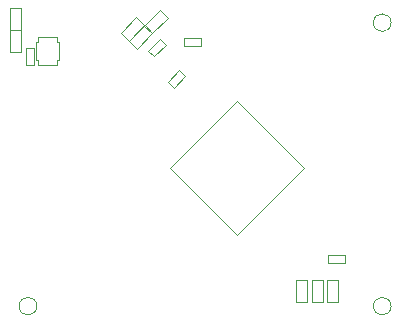
<source format=gbr>
%TF.GenerationSoftware,KiCad,Pcbnew,9.0.2*%
%TF.CreationDate,2025-11-05T17:07:52-08:00*%
%TF.ProjectId,pico2-nx-module,7069636f-322d-46e7-982d-6d6f64756c65,rev?*%
%TF.SameCoordinates,Original*%
%TF.FileFunction,Other,User*%
%FSLAX46Y46*%
G04 Gerber Fmt 4.6, Leading zero omitted, Abs format (unit mm)*
G04 Created by KiCad (PCBNEW 9.0.2) date 2025-11-05 17:07:52*
%MOMM*%
%LPD*%
G01*
G04 APERTURE LIST*
%ADD10C,0.050000*%
G04 APERTURE END LIST*
D10*
%TO.C,R62*%
X112880675Y-73224645D02*
X114195893Y-71909427D01*
X113545355Y-73889325D02*
X112880675Y-73224645D01*
X114195893Y-71909427D02*
X114860573Y-72574107D01*
X114860573Y-72574107D02*
X113545355Y-73889325D01*
%TO.C,C48*%
X101470000Y-71760000D02*
X102390000Y-71760000D01*
X101470000Y-73580000D02*
X101470000Y-71760000D01*
X102390000Y-71760000D02*
X102390000Y-73580000D01*
X102390000Y-73580000D02*
X101470000Y-73580000D01*
%TO.C,R33*%
X125725400Y-94775601D02*
X126665400Y-94775601D01*
X125725400Y-96635601D02*
X125725400Y-94775601D01*
X126665400Y-94775601D02*
X126665400Y-96635601D01*
X126665400Y-96635601D02*
X125725400Y-96635601D01*
%TO.C,C51*%
X101470002Y-73649998D02*
X102390002Y-73649998D01*
X101470002Y-75469998D02*
X101470002Y-73649998D01*
X102390002Y-73649998D02*
X102390002Y-75469998D01*
X102390002Y-75469998D02*
X101470002Y-75469998D01*
%TO.C,C20*%
X111560675Y-74548787D02*
X112847609Y-73261853D01*
X112211213Y-75199325D02*
X111560675Y-74548787D01*
X112847609Y-73261853D02*
X113498147Y-73912391D01*
X113498147Y-73912391D02*
X112211213Y-75199325D01*
%TO.C,FID2*%
X133750000Y-73000000D02*
G75*
G02*
X132250000Y-73000000I-750000J0D01*
G01*
X132250000Y-73000000D02*
G75*
G02*
X133750000Y-73000000I750000J0D01*
G01*
%TO.C,R51*%
X127025400Y-94755603D02*
X127965400Y-94755603D01*
X127025400Y-96615603D02*
X127025400Y-94755603D01*
X127965400Y-94755603D02*
X127965400Y-96615603D01*
X127965400Y-96615603D02*
X127025400Y-96615603D01*
%TO.C,C18*%
X128431600Y-92665200D02*
X129831600Y-92665200D01*
X128431600Y-93365200D02*
X128431600Y-92665200D01*
X129831600Y-92665200D02*
X129831600Y-93365200D01*
X129831600Y-93365200D02*
X128431600Y-93365200D01*
%TO.C,C6*%
X102830000Y-75169998D02*
X103530000Y-75169998D01*
X102830000Y-76569998D02*
X102830000Y-75169998D01*
X103530000Y-75169998D02*
X103530000Y-76569998D01*
X103530000Y-76569998D02*
X102830000Y-76569998D01*
%TO.C,R9*%
X128325400Y-94775601D02*
X129265400Y-94775601D01*
X128325400Y-96635601D02*
X128325400Y-94775601D01*
X129265400Y-94775601D02*
X129265400Y-96635601D01*
X129265400Y-96635601D02*
X128325400Y-96635601D01*
%TO.C,U5*%
X103710002Y-74622496D02*
X103830001Y-74622497D01*
X103710002Y-76122498D02*
X103710002Y-74622496D01*
X103830001Y-74622497D02*
X103830002Y-74172496D01*
X103830001Y-76122497D02*
X103710002Y-76122498D01*
X103830002Y-74172496D02*
X105490002Y-74172496D01*
X103830002Y-76572498D02*
X103830001Y-76122497D01*
X105490002Y-74172496D02*
X105490003Y-74622497D01*
X105490002Y-76572498D02*
X103830002Y-76572498D01*
X105490003Y-74622497D02*
X105610002Y-74622496D01*
X105490003Y-76122497D02*
X105490002Y-76572498D01*
X105610002Y-74622496D02*
X105610002Y-76122498D01*
X105610002Y-76122498D02*
X105490003Y-76122497D01*
%TO.C,FID3*%
X133750000Y-97000000D02*
G75*
G02*
X132250000Y-97000000I-750000J0D01*
G01*
X132250000Y-97000000D02*
G75*
G02*
X133750000Y-97000000I750000J0D01*
G01*
%TO.C,R78*%
X110869427Y-73855893D02*
X112184645Y-72540675D01*
X111534107Y-74520573D02*
X110869427Y-73855893D01*
X112184645Y-72540675D02*
X112849325Y-73205355D01*
X112849325Y-73205355D02*
X111534107Y-74520573D01*
%TO.C,C21*%
X114831490Y-77993535D02*
X115821439Y-77003586D01*
X115326465Y-78488510D02*
X114831490Y-77993535D01*
X115821439Y-77003586D02*
X116316414Y-77498561D01*
X116316414Y-77498561D02*
X115326465Y-78488510D01*
%TO.C,U3*%
X120691059Y-79621380D02*
X115034205Y-85278234D01*
X120691059Y-90935088D02*
X115034205Y-85278234D01*
X126347913Y-85278234D02*
X120691059Y-79621380D01*
X126347913Y-85278234D02*
X120691059Y-90935088D01*
%TO.C,C23*%
X113193812Y-75361213D02*
X114183761Y-74371264D01*
X113688787Y-75856188D02*
X113193812Y-75361213D01*
X114183761Y-74371264D02*
X114678736Y-74866239D01*
X114678736Y-74866239D02*
X113688787Y-75856188D01*
%TO.C,FID1*%
X103750000Y-97000000D02*
G75*
G02*
X102250000Y-97000000I-750000J0D01*
G01*
X102250000Y-97000000D02*
G75*
G02*
X103750000Y-97000000I750000J0D01*
G01*
%TO.C,C22*%
X116230000Y-74300000D02*
X117630000Y-74300000D01*
X116230000Y-75000000D02*
X116230000Y-74300000D01*
X117630000Y-74300000D02*
X117630000Y-75000000D01*
X117630000Y-75000000D02*
X116230000Y-75000000D01*
%TD*%
M02*

</source>
